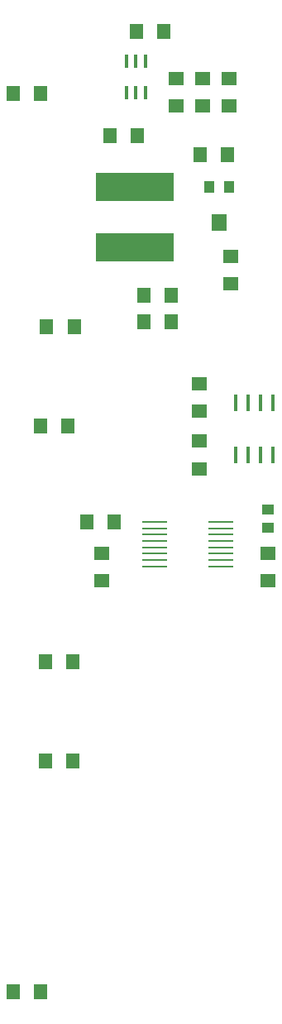
<source format=gbr>
G04 DipTrace 3.1.0.1*
G04 Panal-PCB-rev2-route-component2.TopPaste.gbr*
%MOIN*%
G04 #@! TF.FileFunction,Paste,Top*
G04 #@! TF.Part,Single*
%ADD62R,0.015591X0.070709*%
%ADD64R,0.102205X0.007717*%
%ADD66R,0.015591X0.054961*%
%ADD70R,0.058898X0.070709*%
%ADD72R,0.039213X0.051024*%
%ADD74R,0.314803X0.117953*%
%ADD88R,0.051024X0.04315*%
%ADD90R,0.062835X0.054961*%
%ADD92R,0.054961X0.062835*%
%FSLAX26Y26*%
G04*
G70*
G90*
G75*
G01*
G04 TopPaste*
%LPD*%
D92*
X2927290Y828146D3*
X3037526D3*
X3164790Y1759396D3*
X3054554D3*
X3164790Y2159396D3*
X3054554D3*
X3146039Y3109396D3*
X3035803D3*
X3171039Y3509396D3*
X3060803D3*
X2927290Y4446896D3*
X3037526D3*
D90*
X3677290Y3278147D3*
Y3167911D3*
D92*
X3425026Y4278147D3*
X3314790D3*
X3452290Y3634396D3*
X3562526D3*
X3452290Y3528147D3*
X3562526D3*
D90*
X3583541Y4509396D3*
Y4399160D3*
X3689790Y4509396D3*
Y4399160D3*
X3796039Y4509396D3*
Y4399160D3*
X3952290Y2484396D3*
Y2594633D3*
X3283541Y2484396D3*
Y2594633D3*
D92*
X3221039Y2721896D3*
X3331276D3*
D88*
X3952290Y2771896D3*
Y2697093D3*
D74*
X3414790Y4071896D3*
Y3827802D3*
D90*
X3802289Y3790647D3*
Y3680411D3*
D72*
X3796039Y4071547D3*
D70*
X3756669Y3929028D3*
D72*
X3717299Y4071508D3*
D92*
X3789790Y4203147D3*
X3679554D3*
X3533541Y4696896D3*
X3423304D3*
D90*
X3677290Y3046896D3*
Y2936660D3*
D66*
X3383539Y4453147D3*
X3420941D3*
X3458343D3*
Y4579131D3*
X3420941D3*
X3383539D3*
D64*
X3496039Y2721896D3*
Y2696306D3*
Y2670715D3*
Y2645125D3*
Y2619534D3*
Y2593944D3*
X3496047Y2568353D3*
X3496039Y2542762D3*
X3763362Y2542644D3*
X3763756Y2568274D3*
Y2593944D3*
Y2619534D3*
Y2645125D3*
Y2670715D3*
Y2696306D3*
Y2721896D3*
D62*
X3821039Y2990646D3*
X3871039D3*
X3921039D3*
X3971039D3*
Y3203244D3*
X3921039D3*
X3871039D3*
X3821039D3*
M02*

</source>
